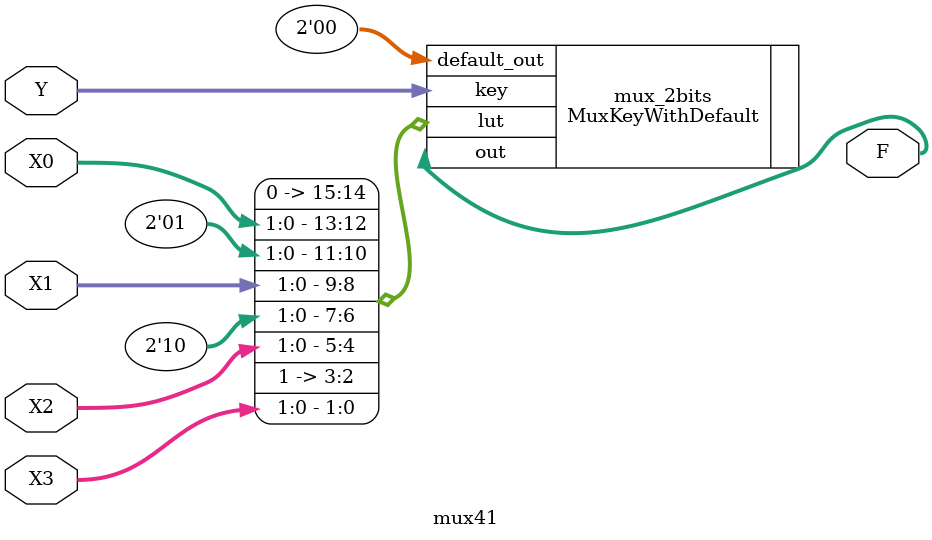
<source format=v>
module mux41(input [1:0] Y,
input [1:0] X0,X1,X2,X3,
output[1:0] F);
MuxKeyWithDefault #(4,2,2) mux_2bits(
    .out         	(F          ),
    .key         	(Y          ),
    .default_out 	(2'b00  ),
    .lut         	({2'b00,X0,2'b01,X1,2'b10,X2,2'b11,X3})
);
endmodule









</source>
